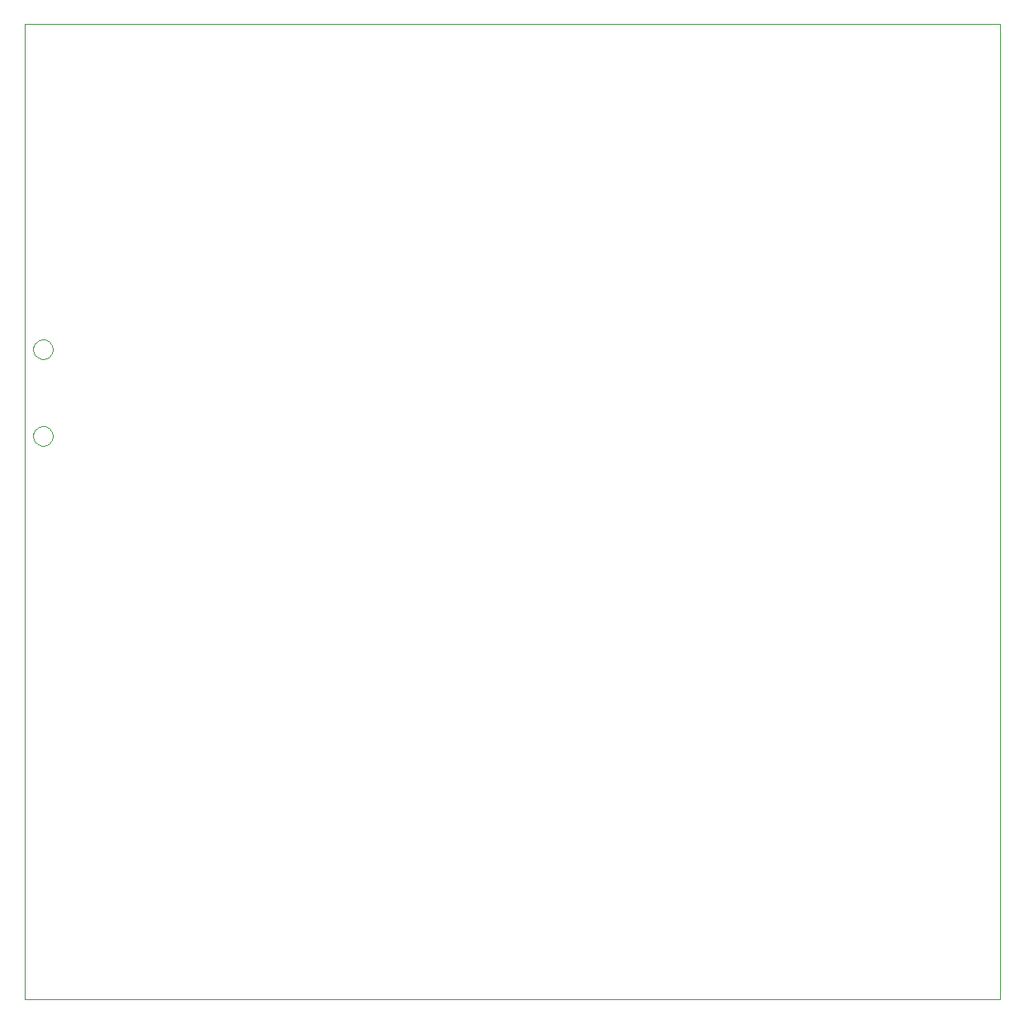
<source format=gbo>
G75*
%MOIN*%
%OFA0B0*%
%FSLAX24Y24*%
%IPPOS*%
%LPD*%
%AMOC8*
5,1,8,0,0,1.08239X$1,22.5*
%
%ADD10C,0.0000*%
D10*
X003680Y000100D02*
X003680Y039470D01*
X043050Y039470D01*
X043050Y000100D01*
X003680Y000100D01*
X004036Y022850D02*
X004038Y022889D01*
X004044Y022928D01*
X004054Y022966D01*
X004067Y023003D01*
X004084Y023038D01*
X004104Y023072D01*
X004128Y023103D01*
X004155Y023132D01*
X004184Y023158D01*
X004216Y023181D01*
X004250Y023201D01*
X004286Y023217D01*
X004323Y023229D01*
X004362Y023238D01*
X004401Y023243D01*
X004440Y023244D01*
X004479Y023241D01*
X004518Y023234D01*
X004555Y023223D01*
X004592Y023209D01*
X004627Y023191D01*
X004660Y023170D01*
X004691Y023145D01*
X004719Y023118D01*
X004744Y023088D01*
X004766Y023055D01*
X004785Y023021D01*
X004800Y022985D01*
X004812Y022947D01*
X004820Y022909D01*
X004824Y022870D01*
X004824Y022830D01*
X004820Y022791D01*
X004812Y022753D01*
X004800Y022715D01*
X004785Y022679D01*
X004766Y022645D01*
X004744Y022612D01*
X004719Y022582D01*
X004691Y022555D01*
X004660Y022530D01*
X004627Y022509D01*
X004592Y022491D01*
X004555Y022477D01*
X004518Y022466D01*
X004479Y022459D01*
X004440Y022456D01*
X004401Y022457D01*
X004362Y022462D01*
X004323Y022471D01*
X004286Y022483D01*
X004250Y022499D01*
X004216Y022519D01*
X004184Y022542D01*
X004155Y022568D01*
X004128Y022597D01*
X004104Y022628D01*
X004084Y022662D01*
X004067Y022697D01*
X004054Y022734D01*
X004044Y022772D01*
X004038Y022811D01*
X004036Y022850D01*
X004036Y026350D02*
X004038Y026389D01*
X004044Y026428D01*
X004054Y026466D01*
X004067Y026503D01*
X004084Y026538D01*
X004104Y026572D01*
X004128Y026603D01*
X004155Y026632D01*
X004184Y026658D01*
X004216Y026681D01*
X004250Y026701D01*
X004286Y026717D01*
X004323Y026729D01*
X004362Y026738D01*
X004401Y026743D01*
X004440Y026744D01*
X004479Y026741D01*
X004518Y026734D01*
X004555Y026723D01*
X004592Y026709D01*
X004627Y026691D01*
X004660Y026670D01*
X004691Y026645D01*
X004719Y026618D01*
X004744Y026588D01*
X004766Y026555D01*
X004785Y026521D01*
X004800Y026485D01*
X004812Y026447D01*
X004820Y026409D01*
X004824Y026370D01*
X004824Y026330D01*
X004820Y026291D01*
X004812Y026253D01*
X004800Y026215D01*
X004785Y026179D01*
X004766Y026145D01*
X004744Y026112D01*
X004719Y026082D01*
X004691Y026055D01*
X004660Y026030D01*
X004627Y026009D01*
X004592Y025991D01*
X004555Y025977D01*
X004518Y025966D01*
X004479Y025959D01*
X004440Y025956D01*
X004401Y025957D01*
X004362Y025962D01*
X004323Y025971D01*
X004286Y025983D01*
X004250Y025999D01*
X004216Y026019D01*
X004184Y026042D01*
X004155Y026068D01*
X004128Y026097D01*
X004104Y026128D01*
X004084Y026162D01*
X004067Y026197D01*
X004054Y026234D01*
X004044Y026272D01*
X004038Y026311D01*
X004036Y026350D01*
M02*

</source>
